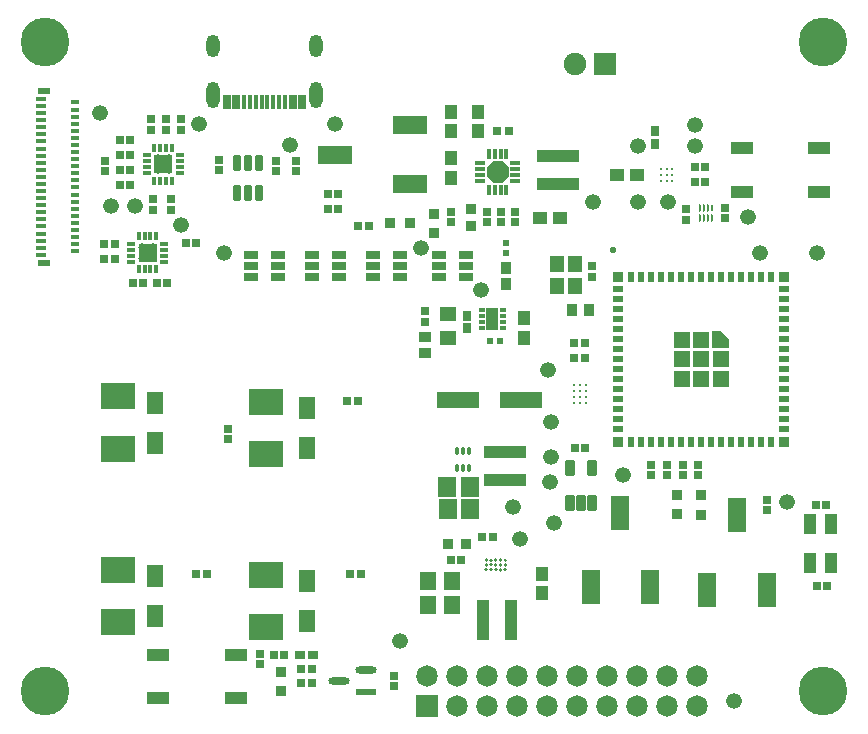
<source format=gts>
G04*
G04 #@! TF.GenerationSoftware,Altium Limited,Altium Designer,23.1.1 (15)*
G04*
G04 Layer_Color=8388736*
%FSLAX44Y44*%
%MOMM*%
G71*
G04*
G04 #@! TF.SameCoordinates,D1EA7B9B-11C4-41B5-954D-5070AA3C9977*
G04*
G04*
G04 #@! TF.FilePolarity,Negative*
G04*
G01*
G75*
%ADD38R,0.7154X0.6725*%
%ADD39R,1.0121X1.1581*%
%ADD40R,0.5725X0.6153*%
%ADD41R,1.1581X1.0121*%
%ADD46R,0.6153X0.5725*%
G04:AMPARAMS|DCode=47|XSize=0.67mm|YSize=0.3mm|CornerRadius=0.0495mm|HoleSize=0mm|Usage=FLASHONLY|Rotation=270.000|XOffset=0mm|YOffset=0mm|HoleType=Round|Shape=RoundedRectangle|*
%AMROUNDEDRECTD47*
21,1,0.6700,0.2010,0,0,270.0*
21,1,0.5710,0.3000,0,0,270.0*
1,1,0.0990,-0.1005,-0.2855*
1,1,0.0990,-0.1005,0.2855*
1,1,0.0990,0.1005,0.2855*
1,1,0.0990,0.1005,-0.2855*
%
%ADD47ROUNDEDRECTD47*%
%ADD50R,1.8052X0.6121*%
G04:AMPARAMS|DCode=51|XSize=1.8052mm|YSize=0.6121mm|CornerRadius=0.3061mm|HoleSize=0mm|Usage=FLASHONLY|Rotation=180.000|XOffset=0mm|YOffset=0mm|HoleType=Round|Shape=RoundedRectangle|*
%AMROUNDEDRECTD51*
21,1,1.8052,0.0000,0,0,180.0*
21,1,1.1931,0.6121,0,0,180.0*
1,1,0.6121,-0.5966,0.0000*
1,1,0.6121,0.5966,0.0000*
1,1,0.6121,0.5966,0.0000*
1,1,0.6121,-0.5966,0.0000*
%
%ADD51ROUNDEDRECTD51*%
%ADD52R,0.9800X3.4000*%
%ADD55C,0.1955*%
G04:AMPARAMS|DCode=57|XSize=0.6182mm|YSize=0.1566mm|CornerRadius=0.0783mm|HoleSize=0mm|Usage=FLASHONLY|Rotation=270.000|XOffset=0mm|YOffset=0mm|HoleType=Round|Shape=RoundedRectangle|*
%AMROUNDEDRECTD57*
21,1,0.6182,0.0000,0,0,270.0*
21,1,0.4616,0.1566,0,0,270.0*
1,1,0.1566,0.0000,-0.2308*
1,1,0.1566,0.0000,0.2308*
1,1,0.1566,0.0000,0.2308*
1,1,0.1566,0.0000,-0.2308*
%
%ADD57ROUNDEDRECTD57*%
%ADD58R,0.1566X0.6182*%
%ADD64R,0.9582X1.1061*%
%ADD66C,0.1650*%
%ADD67R,0.7770X0.4270*%
%ADD68R,0.9270X0.4270*%
%ADD69R,1.0770X0.6270*%
%ADD70C,1.3270*%
%ADD71R,1.5270X2.9270*%
%ADD72R,0.9270X0.9270*%
%ADD73R,0.6416X0.6673*%
%ADD74R,3.5270X1.1070*%
%ADD75R,0.9270X0.9270*%
%ADD76R,2.9270X1.5270*%
%ADD77R,1.1670X0.6590*%
%ADD78R,0.6673X0.6416*%
%ADD79R,0.7870X0.7470*%
%ADD80R,1.4230X1.8845*%
%ADD81R,2.8700X2.2860*%
%ADD82R,0.7470X0.7870*%
G04:AMPARAMS|DCode=83|XSize=0.367mm|YSize=0.727mm|CornerRadius=0.1139mm|HoleSize=0mm|Usage=FLASHONLY|Rotation=270.000|XOffset=0mm|YOffset=0mm|HoleType=Round|Shape=RoundedRectangle|*
%AMROUNDEDRECTD83*
21,1,0.3670,0.4992,0,0,270.0*
21,1,0.1392,0.7270,0,0,270.0*
1,1,0.2278,-0.2496,-0.0696*
1,1,0.2278,-0.2496,0.0696*
1,1,0.2278,0.2496,0.0696*
1,1,0.2278,0.2496,-0.0696*
%
%ADD83ROUNDEDRECTD83*%
G04:AMPARAMS|DCode=84|XSize=0.367mm|YSize=0.727mm|CornerRadius=0.1139mm|HoleSize=0mm|Usage=FLASHONLY|Rotation=180.000|XOffset=0mm|YOffset=0mm|HoleType=Round|Shape=RoundedRectangle|*
%AMROUNDEDRECTD84*
21,1,0.3670,0.4992,0,0,180.0*
21,1,0.1392,0.7270,0,0,180.0*
1,1,0.2278,-0.0696,0.2496*
1,1,0.2278,0.0696,0.2496*
1,1,0.2278,0.0696,-0.2496*
1,1,0.2278,-0.0696,-0.2496*
%
%ADD84ROUNDEDRECTD84*%
G04:AMPARAMS|DCode=85|XSize=1.577mm|YSize=1.577mm|CornerRadius=0.1143mm|HoleSize=0mm|Usage=FLASHONLY|Rotation=180.000|XOffset=0mm|YOffset=0mm|HoleType=Round|Shape=RoundedRectangle|*
%AMROUNDEDRECTD85*
21,1,1.5770,1.3485,0,0,180.0*
21,1,1.3485,1.5770,0,0,180.0*
1,1,0.2285,-0.6743,0.6743*
1,1,0.2285,0.6743,0.6743*
1,1,0.2285,0.6743,-0.6743*
1,1,0.2285,-0.6743,-0.6743*
%
%ADD85ROUNDEDRECTD85*%
G04:AMPARAMS|DCode=86|XSize=1.8016mm|YSize=1.8016mm|CornerRadius=0mm|HoleSize=0mm|Usage=FLASHONLY|Rotation=270.000|XOffset=0mm|YOffset=0mm|HoleType=Round|Shape=Octagon|*
%AMOCTAGOND86*
4,1,8,-0.4504,-0.9008,0.4504,-0.9008,0.9008,-0.4504,0.9008,0.4504,0.4504,0.9008,-0.4504,0.9008,-0.9008,0.4504,-0.9008,-0.4504,-0.4504,-0.9008,0.0*
%
%ADD86OCTAGOND86*%

%ADD87R,0.3816X0.9016*%
%ADD88R,0.9016X0.3816*%
%ADD89R,0.9656X0.9081*%
%ADD90R,1.4786X1.2341*%
%ADD91R,3.6270X1.3270*%
%ADD92R,1.0270X0.9270*%
%ADD93R,0.6320X0.4070*%
%ADD94R,1.0270X1.8270*%
%ADD95R,0.6416X0.8917*%
%ADD96R,1.5770X1.6770*%
%ADD97R,1.8270X1.1270*%
%ADD98R,0.8917X0.6416*%
%ADD99R,1.4516X1.5116*%
%ADD100R,0.9081X0.9656*%
%ADD101R,1.1240X1.6720*%
G04:AMPARAMS|DCode=102|XSize=0.777mm|YSize=1.327mm|CornerRadius=0.1123mm|HoleSize=0mm|Usage=FLASHONLY|Rotation=180.000|XOffset=0mm|YOffset=0mm|HoleType=Round|Shape=RoundedRectangle|*
%AMROUNDEDRECTD102*
21,1,0.7770,1.1025,0,0,180.0*
21,1,0.5525,1.3270,0,0,180.0*
1,1,0.2245,-0.2763,0.5513*
1,1,0.2245,0.2763,0.5513*
1,1,0.2245,0.2763,-0.5513*
1,1,0.2245,-0.2763,-0.5513*
%
%ADD102ROUNDEDRECTD102*%
%ADD103R,0.9270X1.0270*%
%ADD104C,0.3162*%
%ADD105R,1.3270X1.3270*%
%ADD106R,0.9270X0.5270*%
%ADD107R,0.5270X0.9270*%
%ADD108R,0.9270X0.9270*%
%ADD109R,1.2270X1.3270*%
G04:AMPARAMS|DCode=110|XSize=1.337mm|YSize=0.717mm|CornerRadius=0.1373mm|HoleSize=0mm|Usage=FLASHONLY|Rotation=90.000|XOffset=0mm|YOffset=0mm|HoleType=Round|Shape=RoundedRectangle|*
%AMROUNDEDRECTD110*
21,1,1.3370,0.4425,0,0,90.0*
21,1,1.0625,0.7170,0,0,90.0*
1,1,0.2745,0.2213,0.5313*
1,1,0.2745,0.2213,-0.5313*
1,1,0.2745,-0.2213,-0.5313*
1,1,0.2745,-0.2213,0.5313*
%
%ADD110ROUNDEDRECTD110*%
%ADD111R,0.7016X1.2516*%
%ADD112R,0.4016X1.2516*%
%ADD113C,1.8270*%
%ADD114R,1.8270X1.8270*%
%ADD115C,1.9000*%
%ADD116R,1.9000X1.9000*%
%ADD117O,1.1270X1.9270*%
%ADD118O,1.1270X2.2270*%
%ADD119C,4.1270*%
%ADD120C,0.4318*%
%ADD121C,0.5334*%
%ADD122C,0.6270*%
G36*
X649590Y366380D02*
Y380380D01*
X657090D01*
X663590Y373880D01*
Y366380D01*
X649590D01*
D02*
G37*
D38*
X467654Y549910D02*
D03*
X477226D02*
D03*
D39*
X450850Y566450D02*
D03*
Y549910D02*
D03*
X428035Y566446D02*
D03*
Y549907D02*
D03*
X427990Y510510D02*
D03*
Y527050D02*
D03*
X505460Y158720D02*
D03*
Y175260D02*
D03*
X490410Y391700D02*
D03*
X490410Y375160D02*
D03*
D40*
X474980Y455611D02*
D03*
Y447040D02*
D03*
D41*
X504160Y476250D02*
D03*
X520700D02*
D03*
X568930Y513080D02*
D03*
X585470D02*
D03*
D46*
X461329Y372110D02*
D03*
X469900Y372110D02*
D03*
D47*
X443472Y279339D02*
D03*
X438472D02*
D03*
X433472D02*
D03*
Y264539D02*
D03*
X438472D02*
D03*
X443472D02*
D03*
D50*
X356376Y74816D02*
D03*
D51*
Y93816D02*
D03*
X333367Y84316D02*
D03*
D52*
X455510Y135890D02*
D03*
X479210D02*
D03*
D55*
X542290Y320120D02*
D03*
X537290D02*
D03*
X532290D02*
D03*
X542290Y325120D02*
D03*
X537290D02*
D03*
X532290D02*
D03*
X542290Y330120D02*
D03*
X537290D02*
D03*
X532290D02*
D03*
X542290Y335120D02*
D03*
X537290D02*
D03*
X532290D02*
D03*
D57*
X649620Y476250D02*
D03*
X646120D02*
D03*
X642620D02*
D03*
X639120D02*
D03*
Y484793D02*
D03*
X642620D02*
D03*
X646120D02*
D03*
D58*
X649620D02*
D03*
D64*
X474980Y420370D02*
D03*
X474980Y433892D02*
D03*
D66*
X475105Y186705D02*
G03*
X475105Y186705I-825J0D01*
G01*
X471105D02*
G03*
X471105Y186705I-825J0D01*
G01*
X467105D02*
G03*
X467105Y186705I-825J0D01*
G01*
X463105D02*
G03*
X463105Y186705I-825J0D01*
G01*
X459105D02*
G03*
X459105Y186705I-825J0D01*
G01*
X475105Y178705D02*
G03*
X475105Y178705I-825J0D01*
G01*
X471105D02*
G03*
X471105Y178705I-825J0D01*
G01*
X467105D02*
G03*
X467105Y178705I-825J0D01*
G01*
X463105D02*
G03*
X463105Y178705I-825J0D01*
G01*
X459105D02*
G03*
X459105Y178705I-825J0D01*
G01*
X475105Y182705D02*
G03*
X475105Y182705I-825J0D01*
G01*
X471105D02*
G03*
X471105Y182705I-825J0D01*
G01*
X467105D02*
G03*
X467105Y182705I-825J0D01*
G01*
X463105D02*
G03*
X463105Y182705I-825J0D01*
G01*
X459105D02*
G03*
X459105Y182705I-825J0D01*
G01*
D67*
X109704Y556266D02*
D03*
Y574267D02*
D03*
Y568268D02*
D03*
Y562266D02*
D03*
Y550267D02*
D03*
Y544267D02*
D03*
Y538268D02*
D03*
Y532266D02*
D03*
Y526267D02*
D03*
Y520267D02*
D03*
Y514268D02*
D03*
Y508268D02*
D03*
Y502266D02*
D03*
Y496267D02*
D03*
Y490267D02*
D03*
Y484268D02*
D03*
Y478268D02*
D03*
Y472266D02*
D03*
Y466267D02*
D03*
Y460267D02*
D03*
Y454268D02*
D03*
Y448268D02*
D03*
D68*
X80954Y553267D02*
D03*
Y577267D02*
D03*
Y571268D02*
D03*
Y565268D02*
D03*
Y559266D02*
D03*
Y547267D02*
D03*
Y541268D02*
D03*
Y535268D02*
D03*
Y529266D02*
D03*
Y523267D02*
D03*
Y517267D02*
D03*
Y511268D02*
D03*
Y505266D02*
D03*
Y499266D02*
D03*
Y493267D02*
D03*
Y487267D02*
D03*
Y481268D02*
D03*
X80955Y475266D02*
D03*
X80954Y469266D02*
D03*
Y463267D02*
D03*
Y457267D02*
D03*
Y451268D02*
D03*
Y445266D02*
D03*
D69*
X83705Y584267D02*
D03*
Y438268D02*
D03*
D70*
X737870Y447040D02*
D03*
X689610D02*
D03*
X486410Y204470D02*
D03*
X513080Y274320D02*
D03*
X515620Y218440D02*
D03*
X511810Y252730D02*
D03*
X574040Y259080D02*
D03*
X236220Y447040D02*
D03*
X200162Y470242D02*
D03*
X160587Y486545D02*
D03*
X140267D02*
D03*
X402590Y450850D02*
D03*
X453390Y415290D02*
D03*
X384810Y118110D02*
D03*
X480627Y232043D02*
D03*
X712470Y236220D02*
D03*
X513080Y303530D02*
D03*
X510540Y347980D02*
D03*
X635000Y554990D02*
D03*
X586740Y537210D02*
D03*
X548640Y490220D02*
D03*
X586740D02*
D03*
X612140D02*
D03*
X635000Y537210D02*
D03*
X679960Y477267D02*
D03*
X330200Y556260D02*
D03*
X292100Y538480D02*
D03*
X215197Y556395D02*
D03*
X131572Y565404D02*
D03*
X668020Y67310D02*
D03*
D71*
X546757Y163775D02*
D03*
X571756Y226879D02*
D03*
X596755Y163775D02*
D03*
X695559Y161488D02*
D03*
X670560Y224592D02*
D03*
X645561Y161488D02*
D03*
D72*
X619726Y241675D02*
D03*
X619794Y225685D02*
D03*
X640080Y242189D02*
D03*
Y225171D02*
D03*
X414054Y463857D02*
D03*
X413986Y479846D02*
D03*
X284514Y75825D02*
D03*
X284446Y91815D02*
D03*
D73*
X637540Y267559D02*
D03*
Y258903D02*
D03*
X428752Y481622D02*
D03*
Y472965D02*
D03*
X459100D02*
D03*
Y481622D02*
D03*
X135187Y524573D02*
D03*
Y515916D02*
D03*
X175827Y483487D02*
D03*
Y492143D02*
D03*
X191067D02*
D03*
Y483487D02*
D03*
X470850Y481622D02*
D03*
Y472965D02*
D03*
X482600D02*
D03*
Y481622D02*
D03*
X379730Y79988D02*
D03*
Y88644D02*
D03*
X695960Y238008D02*
D03*
Y229352D02*
D03*
X624409Y267559D02*
D03*
Y258903D02*
D03*
X611278Y267559D02*
D03*
Y258903D02*
D03*
X598147Y267559D02*
D03*
Y258903D02*
D03*
X232200Y525780D02*
D03*
Y517124D02*
D03*
X280460Y525028D02*
D03*
Y516372D02*
D03*
X200089Y551315D02*
D03*
Y559971D02*
D03*
X187323Y551315D02*
D03*
Y559971D02*
D03*
X174557Y551315D02*
D03*
Y559971D02*
D03*
D74*
X474032Y255009D02*
D03*
Y278709D02*
D03*
X519190Y505602D02*
D03*
Y529302D02*
D03*
D75*
X393654Y472156D02*
D03*
X376636D02*
D03*
D76*
X393700Y504952D02*
D03*
X330596Y529951D02*
D03*
X393700Y554949D02*
D03*
D77*
X418064Y426110D02*
D03*
Y435610D02*
D03*
Y445110D02*
D03*
X440964D02*
D03*
Y435610D02*
D03*
Y426110D02*
D03*
X385508D02*
D03*
Y435610D02*
D03*
Y445110D02*
D03*
X362607D02*
D03*
Y435610D02*
D03*
Y426110D02*
D03*
X281960D02*
D03*
Y435610D02*
D03*
Y445110D02*
D03*
X259060D02*
D03*
Y435610D02*
D03*
Y426110D02*
D03*
X333607D02*
D03*
Y435610D02*
D03*
Y445110D02*
D03*
X310706D02*
D03*
Y435610D02*
D03*
Y426110D02*
D03*
D78*
X350002Y469900D02*
D03*
X358658D02*
D03*
X156777Y542623D02*
D03*
X148121D02*
D03*
X156777Y529857D02*
D03*
X148121D02*
D03*
Y504325D02*
D03*
X156777D02*
D03*
X203698Y455023D02*
D03*
X212355D02*
D03*
X134854Y454660D02*
D03*
X143510D02*
D03*
X134854Y441960D02*
D03*
X143510D02*
D03*
X286786Y106680D02*
D03*
X278130D02*
D03*
X301742Y94615D02*
D03*
X310398D02*
D03*
X301742Y82550D02*
D03*
X310398D02*
D03*
X436880Y186690D02*
D03*
X428224D02*
D03*
X463560Y205994D02*
D03*
X454904D02*
D03*
X737352Y233680D02*
D03*
X746008D02*
D03*
X532926Y357538D02*
D03*
X541583D02*
D03*
X532926Y370304D02*
D03*
X541583D02*
D03*
X643656Y519430D02*
D03*
X635000D02*
D03*
Y506730D02*
D03*
X643656D02*
D03*
X323850Y483870D02*
D03*
X332506D02*
D03*
Y496570D02*
D03*
X323850D02*
D03*
D79*
X340450Y321310D02*
D03*
X349250D02*
D03*
X148049Y517091D02*
D03*
X156849D02*
D03*
X158840Y421640D02*
D03*
X167640D02*
D03*
X187870D02*
D03*
X179070D02*
D03*
X343303Y174808D02*
D03*
X352104D02*
D03*
X221596D02*
D03*
X212796D02*
D03*
X746670Y165100D02*
D03*
X737870D02*
D03*
X542200Y281940D02*
D03*
X533400D02*
D03*
D80*
X306070D02*
D03*
Y315666D02*
D03*
X177654Y285995D02*
D03*
Y319721D02*
D03*
X306070Y135537D02*
D03*
Y169263D02*
D03*
X177654Y139433D02*
D03*
Y173159D02*
D03*
D81*
X271780Y320903D02*
D03*
Y276703D02*
D03*
X146855Y325466D02*
D03*
Y281266D02*
D03*
X271780Y174500D02*
D03*
Y130300D02*
D03*
X146855Y134196D02*
D03*
Y178396D02*
D03*
D82*
X239820Y288970D02*
D03*
Y297770D02*
D03*
X406400Y397510D02*
D03*
Y388710D02*
D03*
X266700Y98470D02*
D03*
Y107270D02*
D03*
X627380Y483780D02*
D03*
Y474980D02*
D03*
X660400Y476340D02*
D03*
Y485140D02*
D03*
X547370Y426810D02*
D03*
Y435610D02*
D03*
X296970Y516300D02*
D03*
Y525100D02*
D03*
D83*
X198717Y514605D02*
D03*
Y519605D02*
D03*
Y524605D02*
D03*
Y529605D02*
D03*
X170717D02*
D03*
Y524605D02*
D03*
Y519605D02*
D03*
Y514605D02*
D03*
X185450Y439540D02*
D03*
Y444540D02*
D03*
Y449540D02*
D03*
Y454540D02*
D03*
X157450D02*
D03*
Y449540D02*
D03*
Y444540D02*
D03*
Y439540D02*
D03*
D84*
X192217Y536105D02*
D03*
X187217D02*
D03*
X182217D02*
D03*
X177217D02*
D03*
X182217Y508105D02*
D03*
X187217D02*
D03*
X192217D02*
D03*
X177217D02*
D03*
X178950Y461040D02*
D03*
X173950D02*
D03*
X168950D02*
D03*
X163950D02*
D03*
X168950Y433040D02*
D03*
X173950D02*
D03*
X178950D02*
D03*
X163950D02*
D03*
D85*
X184717Y522105D02*
D03*
X171450Y447040D02*
D03*
D86*
X467870Y515369D02*
D03*
D87*
X460370Y530371D02*
D03*
X465368D02*
D03*
X470370D02*
D03*
X475368D02*
D03*
Y500371D02*
D03*
X470370D02*
D03*
X465368D02*
D03*
X460370D02*
D03*
D88*
X482869Y522870D02*
D03*
Y517871D02*
D03*
Y512870D02*
D03*
Y507871D02*
D03*
X452869D02*
D03*
Y512870D02*
D03*
Y517871D02*
D03*
Y522870D02*
D03*
D89*
X445130Y484309D02*
D03*
Y469241D02*
D03*
D90*
X425450Y394970D02*
D03*
Y374970D02*
D03*
D91*
X434282Y322580D02*
D03*
X487680D02*
D03*
D92*
X406400Y375951D02*
D03*
X406400Y361950D02*
D03*
D93*
X454249Y398620D02*
D03*
Y393619D02*
D03*
Y388620D02*
D03*
X454249Y383619D02*
D03*
X472801D02*
D03*
X472801Y388620D02*
D03*
X472801Y393619D02*
D03*
X472801Y398620D02*
D03*
D94*
X463525Y391119D02*
D03*
D95*
X441960Y382958D02*
D03*
X441960Y393860D02*
D03*
X600710Y539379D02*
D03*
Y550281D02*
D03*
D96*
X444162Y249079D02*
D03*
X425162D02*
D03*
X444822Y230029D02*
D03*
X425822D02*
D03*
D97*
X180381Y106680D02*
D03*
Y69676D02*
D03*
X246380Y69676D02*
D03*
Y106680D02*
D03*
X674390Y535392D02*
D03*
X740390Y535392D02*
D03*
Y498388D02*
D03*
X674390Y498388D02*
D03*
D98*
X300619Y106680D02*
D03*
X311521D02*
D03*
D99*
X429124Y168910D02*
D03*
Y148910D02*
D03*
X408940Y148910D02*
D03*
Y168910D02*
D03*
D100*
X440690Y200660D02*
D03*
X425623Y200660D02*
D03*
D101*
X732654Y184285D02*
D03*
X750454D02*
D03*
Y217035D02*
D03*
X732654D02*
D03*
D102*
X528980Y235440D02*
D03*
X538480D02*
D03*
X547980D02*
D03*
Y264940D02*
D03*
X528980D02*
D03*
D103*
X530830Y398780D02*
D03*
X544830D02*
D03*
D104*
X605870Y518080D02*
D03*
Y513079D02*
D03*
X610869Y518080D02*
D03*
Y513079D02*
D03*
X615870Y518080D02*
D03*
Y513079D02*
D03*
Y508080D02*
D03*
X610869D02*
D03*
X605870D02*
D03*
D105*
X640090Y373380D02*
D03*
X623590D02*
D03*
Y356880D02*
D03*
Y340380D02*
D03*
X640090D02*
D03*
X656590D02*
D03*
Y356880D02*
D03*
X640090D02*
D03*
D106*
X710090Y416380D02*
D03*
Y407880D02*
D03*
Y399380D02*
D03*
Y390880D02*
D03*
Y382380D02*
D03*
Y373880D02*
D03*
Y365380D02*
D03*
Y356880D02*
D03*
Y348380D02*
D03*
Y339880D02*
D03*
Y331380D02*
D03*
Y322880D02*
D03*
Y314380D02*
D03*
Y305880D02*
D03*
Y297380D02*
D03*
X570090D02*
D03*
Y305880D02*
D03*
Y314380D02*
D03*
Y322880D02*
D03*
Y331380D02*
D03*
Y339880D02*
D03*
Y348380D02*
D03*
Y356880D02*
D03*
Y365380D02*
D03*
Y373880D02*
D03*
Y382380D02*
D03*
Y390880D02*
D03*
Y399380D02*
D03*
Y407880D02*
D03*
Y416380D02*
D03*
D107*
X699590Y286880D02*
D03*
X691090D02*
D03*
X682590D02*
D03*
X674090D02*
D03*
X665590D02*
D03*
X657090D02*
D03*
X648590D02*
D03*
X640090D02*
D03*
X631590D02*
D03*
X623090D02*
D03*
X614590D02*
D03*
X606090D02*
D03*
X597590D02*
D03*
X589090D02*
D03*
X580590D02*
D03*
Y426880D02*
D03*
X589090D02*
D03*
X597590D02*
D03*
X606090D02*
D03*
X614590D02*
D03*
X623090D02*
D03*
X631590D02*
D03*
X640090D02*
D03*
X648590D02*
D03*
X657090D02*
D03*
X682590D02*
D03*
X691090D02*
D03*
X699590D02*
D03*
X665590D02*
D03*
X674090D02*
D03*
D108*
X570090Y286880D02*
D03*
X710090D02*
D03*
X570090Y426880D02*
D03*
X710090D02*
D03*
D109*
X518279Y418490D02*
D03*
Y437490D02*
D03*
X533281Y418490D02*
D03*
Y437490D02*
D03*
D110*
X246830Y523090D02*
D03*
X256330D02*
D03*
X265830D02*
D03*
Y497990D02*
D03*
X256330D02*
D03*
X246830D02*
D03*
D111*
X302512Y574546D02*
D03*
X294510D02*
D03*
X238511D02*
D03*
X246509D02*
D03*
D112*
X253009D02*
D03*
X258011D02*
D03*
X263009D02*
D03*
X268011D02*
D03*
X273009D02*
D03*
X278011D02*
D03*
X283009D02*
D03*
X288011D02*
D03*
D113*
X483870Y63500D02*
D03*
X509270D02*
D03*
X407670Y88900D02*
D03*
X433070Y63500D02*
D03*
Y88900D02*
D03*
X458470Y63500D02*
D03*
Y88900D02*
D03*
X483870D02*
D03*
X509270D02*
D03*
X534670Y63500D02*
D03*
Y88900D02*
D03*
X560070Y63500D02*
D03*
Y88900D02*
D03*
X585470Y63500D02*
D03*
Y88900D02*
D03*
X610870Y63500D02*
D03*
Y88900D02*
D03*
X636270Y63500D02*
D03*
Y88900D02*
D03*
D114*
X407670Y63500D02*
D03*
D115*
X533715Y607239D02*
D03*
D116*
X558714D02*
D03*
D117*
X227310Y621795D02*
D03*
X313710D02*
D03*
D118*
X227310Y580296D02*
D03*
X313710D02*
D03*
D119*
X743290Y625800D02*
D03*
Y75800D02*
D03*
X84690D02*
D03*
Y625793D02*
D03*
D120*
X533281Y437490D02*
D03*
X737870Y165100D02*
D03*
D121*
X565150Y449580D02*
D03*
D122*
X189467Y517355D02*
D03*
Y526855D02*
D03*
X179967D02*
D03*
Y517355D02*
D03*
X176200Y442290D02*
D03*
Y451790D02*
D03*
X166700D02*
D03*
Y442290D02*
D03*
M02*

</source>
